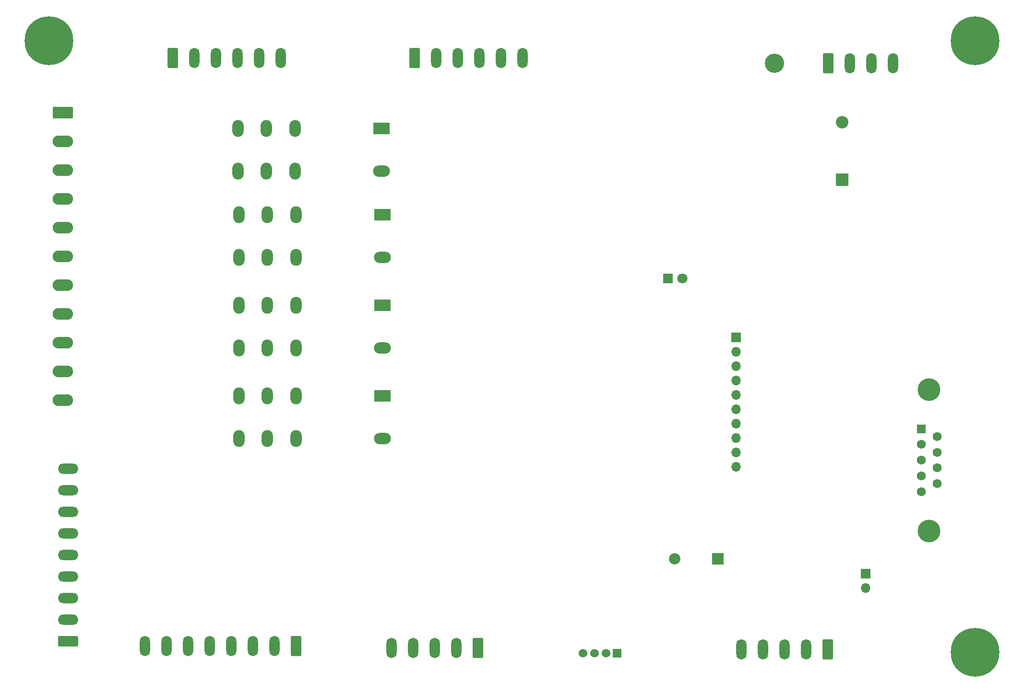
<source format=gbs>
G04 #@! TF.GenerationSoftware,KiCad,Pcbnew,9.0.0*
G04 #@! TF.CreationDate,2025-07-26T18:59:56+02:00*
G04 #@! TF.ProjectId,BANC_TEST_418,42414e43-5f54-4455-9354-5f3431382e6b,rev?*
G04 #@! TF.SameCoordinates,Original*
G04 #@! TF.FileFunction,Soldermask,Bot*
G04 #@! TF.FilePolarity,Negative*
%FSLAX46Y46*%
G04 Gerber Fmt 4.6, Leading zero omitted, Abs format (unit mm)*
G04 Created by KiCad (PCBNEW 9.0.0) date 2025-07-26 18:59:56*
%MOMM*%
%LPD*%
G01*
G04 APERTURE LIST*
G04 Aperture macros list*
%AMRoundRect*
0 Rectangle with rounded corners*
0 $1 Rounding radius*
0 $2 $3 $4 $5 $6 $7 $8 $9 X,Y pos of 4 corners*
0 Add a 4 corners polygon primitive as box body*
4,1,4,$2,$3,$4,$5,$6,$7,$8,$9,$2,$3,0*
0 Add four circle primitives for the rounded corners*
1,1,$1+$1,$2,$3*
1,1,$1+$1,$4,$5*
1,1,$1+$1,$6,$7*
1,1,$1+$1,$8,$9*
0 Add four rect primitives between the rounded corners*
20,1,$1+$1,$2,$3,$4,$5,0*
20,1,$1+$1,$4,$5,$6,$7,0*
20,1,$1+$1,$6,$7,$8,$9,0*
20,1,$1+$1,$8,$9,$2,$3,0*%
G04 Aperture macros list end*
%ADD10RoundRect,0.250000X1.550000X-0.650000X1.550000X0.650000X-1.550000X0.650000X-1.550000X-0.650000X0*%
%ADD11O,3.600000X1.800000*%
%ADD12R,1.800000X1.800000*%
%ADD13C,1.800000*%
%ADD14C,4.000000*%
%ADD15R,1.600000X1.600000*%
%ADD16C,1.600000*%
%ADD17RoundRect,0.250000X-0.650000X-1.550000X0.650000X-1.550000X0.650000X1.550000X-0.650000X1.550000X0*%
%ADD18O,1.800000X3.600000*%
%ADD19O,2.000000X3.000000*%
%ADD20R,3.000000X2.000000*%
%ADD21O,3.000000X2.000000*%
%ADD22RoundRect,0.249999X-1.550001X0.790001X-1.550001X-0.790001X1.550001X-0.790001X1.550001X0.790001X0*%
%ADD23O,3.600000X2.080000*%
%ADD24RoundRect,0.250000X0.650000X1.550000X-0.650000X1.550000X-0.650000X-1.550000X0.650000X-1.550000X0*%
%ADD25C,8.600000*%
%ADD26R,1.524000X1.524000*%
%ADD27C,1.524000*%
%ADD28C,3.400000*%
%ADD29R,2.200000X2.200000*%
%ADD30O,2.200000X2.200000*%
%ADD31R,1.700000X1.700000*%
%ADD32O,1.700000X1.700000*%
%ADD33R,2.000000X2.000000*%
%ADD34C,2.000000*%
G04 APERTURE END LIST*
D10*
X85550000Y-137400000D03*
D11*
X85550000Y-133590000D03*
X85550000Y-129780000D03*
X85550000Y-125970000D03*
X85550000Y-122160000D03*
X85550000Y-118350000D03*
X85550000Y-114540000D03*
X85550000Y-110730000D03*
X85550000Y-106920000D03*
D12*
X191350000Y-73350000D03*
D13*
X193890000Y-73350000D03*
D14*
X237444669Y-117930000D03*
X237444669Y-92930000D03*
D15*
X236024669Y-99890000D03*
D16*
X236024669Y-102660000D03*
X236024669Y-105430000D03*
X236024669Y-108200000D03*
X236024669Y-110970000D03*
X238864669Y-101275000D03*
X238864669Y-104045000D03*
X238864669Y-106815000D03*
X238864669Y-109585000D03*
D17*
X104000000Y-34350000D03*
D18*
X107810000Y-34350000D03*
X111620000Y-34350000D03*
X115430000Y-34350000D03*
X119240000Y-34350000D03*
X123050000Y-34350000D03*
D19*
X120510000Y-54350000D03*
X120510000Y-46850000D03*
X125550000Y-54350000D03*
X125550000Y-46850000D03*
X115470000Y-54350000D03*
X115470000Y-46850000D03*
D20*
X140810000Y-46850000D03*
D21*
X140810000Y-54350000D03*
D19*
X120660000Y-101600000D03*
X120660000Y-94100000D03*
X125700000Y-101600000D03*
X125700000Y-94100000D03*
X115620000Y-101600000D03*
X115620000Y-94100000D03*
D20*
X140960000Y-94100000D03*
D21*
X140960000Y-101600000D03*
D22*
X84550000Y-44030000D03*
D23*
X84550000Y-49110000D03*
X84550000Y-54190000D03*
X84550000Y-59270000D03*
X84550000Y-64350000D03*
X84550000Y-69430000D03*
X84550000Y-74510000D03*
X84550000Y-79590000D03*
X84550000Y-84670000D03*
X84550000Y-89750000D03*
X84550000Y-94830000D03*
D17*
X146690000Y-34350000D03*
D18*
X150500000Y-34350000D03*
X154310000Y-34350000D03*
X158120000Y-34350000D03*
X161930000Y-34350000D03*
X165740000Y-34350000D03*
D24*
X125745000Y-138250000D03*
D18*
X121935000Y-138250000D03*
X118125000Y-138250000D03*
X114315000Y-138250000D03*
X110505000Y-138250000D03*
X106695000Y-138250000D03*
X102885000Y-138250000D03*
X99075000Y-138250000D03*
D25*
X245550000Y-139350000D03*
D17*
X219620000Y-35350000D03*
D18*
X223430000Y-35350000D03*
X227240000Y-35350000D03*
X231050000Y-35350000D03*
D25*
X82100000Y-31330000D03*
D26*
X182400000Y-139575000D03*
D27*
X180400000Y-139575000D03*
X178400000Y-139575000D03*
X176400000Y-139575000D03*
D24*
X219550000Y-138850000D03*
D18*
X215740000Y-138850000D03*
X211930000Y-138850000D03*
X208120000Y-138850000D03*
X204310000Y-138850000D03*
D28*
X210150000Y-35350000D03*
D25*
X245550000Y-31330000D03*
D29*
X222050000Y-55930000D03*
D30*
X222050000Y-45770000D03*
D31*
X203400000Y-83745000D03*
D32*
X203400000Y-86285000D03*
X203400000Y-88825000D03*
X203400000Y-91365000D03*
X203400000Y-93905000D03*
X203400000Y-96445000D03*
X203400000Y-98985000D03*
X203400000Y-101525000D03*
X203400000Y-104065000D03*
X203400000Y-106605000D03*
D19*
X120660000Y-85600000D03*
X120660000Y-78100000D03*
X125700000Y-85600000D03*
X125700000Y-78100000D03*
X115620000Y-85600000D03*
X115620000Y-78100000D03*
D20*
X140960000Y-78100000D03*
D21*
X140960000Y-85600000D03*
D19*
X120660000Y-69600000D03*
X120660000Y-62100000D03*
X125700000Y-69600000D03*
X125700000Y-62100000D03*
X115620000Y-69600000D03*
X115620000Y-62100000D03*
D20*
X140960000Y-62100000D03*
D21*
X140960000Y-69600000D03*
D24*
X157860000Y-138600000D03*
D18*
X154050000Y-138600000D03*
X150240000Y-138600000D03*
X146430000Y-138600000D03*
X142620000Y-138600000D03*
D31*
X226200000Y-125500000D03*
D32*
X226200000Y-128040000D03*
D33*
X200150000Y-122850000D03*
D34*
X192550000Y-122850000D03*
M02*

</source>
